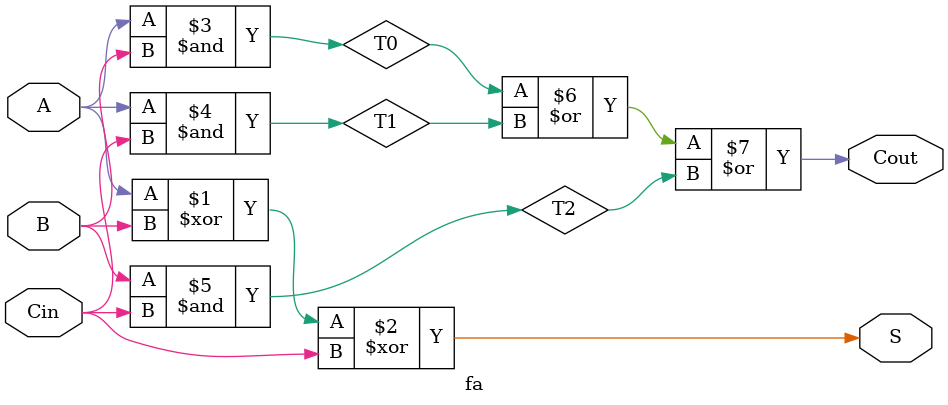
<source format=v>
module fa(A, B, Cin, S, Cout);
	input A;
	input B;
	input Cin;
	output S;
	output Cout;
	
	wire T0, T1, T2;

	xor(S, A, B, Cin);
	and(T0, A, B);
	and(T1, A, Cin);
	and(T2, B, Cin);
	or(Cout, T0, T1, T2);
endmodule
</source>
